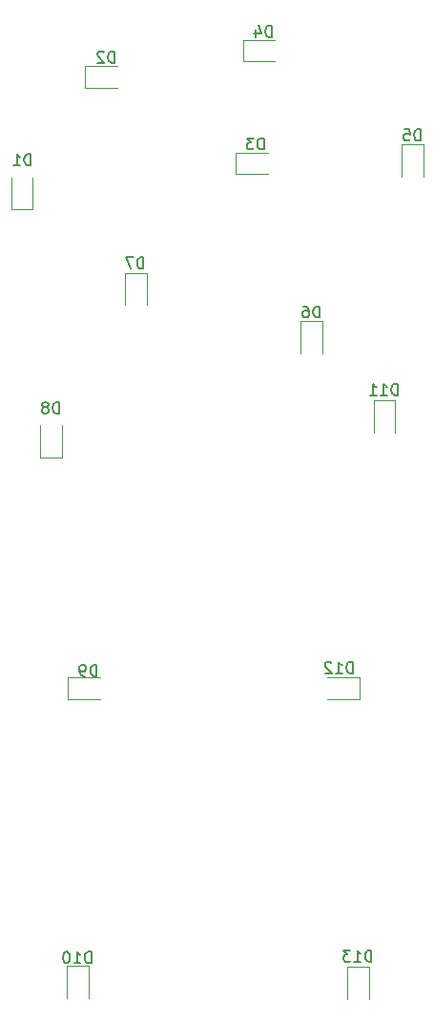
<source format=gbr>
%TF.GenerationSoftware,KiCad,Pcbnew,7.0.8*%
%TF.CreationDate,2024-06-06T10:31:46+02:00*%
%TF.ProjectId,BeerBoard,42656572-426f-4617-9264-2e6b69636164,rev?*%
%TF.SameCoordinates,Original*%
%TF.FileFunction,Legend,Bot*%
%TF.FilePolarity,Positive*%
%FSLAX46Y46*%
G04 Gerber Fmt 4.6, Leading zero omitted, Abs format (unit mm)*
G04 Created by KiCad (PCBNEW 7.0.8) date 2024-06-06 10:31:46*
%MOMM*%
%LPD*%
G01*
G04 APERTURE LIST*
%ADD10C,0.150000*%
%ADD11C,0.120000*%
G04 APERTURE END LIST*
D10*
X125868094Y-74114819D02*
X125868094Y-73114819D01*
X125868094Y-73114819D02*
X125629999Y-73114819D01*
X125629999Y-73114819D02*
X125487142Y-73162438D01*
X125487142Y-73162438D02*
X125391904Y-73257676D01*
X125391904Y-73257676D02*
X125344285Y-73352914D01*
X125344285Y-73352914D02*
X125296666Y-73543390D01*
X125296666Y-73543390D02*
X125296666Y-73686247D01*
X125296666Y-73686247D02*
X125344285Y-73876723D01*
X125344285Y-73876723D02*
X125391904Y-73971961D01*
X125391904Y-73971961D02*
X125487142Y-74067200D01*
X125487142Y-74067200D02*
X125629999Y-74114819D01*
X125629999Y-74114819D02*
X125868094Y-74114819D01*
X124915713Y-73210057D02*
X124868094Y-73162438D01*
X124868094Y-73162438D02*
X124772856Y-73114819D01*
X124772856Y-73114819D02*
X124534761Y-73114819D01*
X124534761Y-73114819D02*
X124439523Y-73162438D01*
X124439523Y-73162438D02*
X124391904Y-73210057D01*
X124391904Y-73210057D02*
X124344285Y-73305295D01*
X124344285Y-73305295D02*
X124344285Y-73400533D01*
X124344285Y-73400533D02*
X124391904Y-73543390D01*
X124391904Y-73543390D02*
X124963332Y-74114819D01*
X124963332Y-74114819D02*
X124344285Y-74114819D01*
X144078094Y-96704819D02*
X144078094Y-95704819D01*
X144078094Y-95704819D02*
X143839999Y-95704819D01*
X143839999Y-95704819D02*
X143697142Y-95752438D01*
X143697142Y-95752438D02*
X143601904Y-95847676D01*
X143601904Y-95847676D02*
X143554285Y-95942914D01*
X143554285Y-95942914D02*
X143506666Y-96133390D01*
X143506666Y-96133390D02*
X143506666Y-96276247D01*
X143506666Y-96276247D02*
X143554285Y-96466723D01*
X143554285Y-96466723D02*
X143601904Y-96561961D01*
X143601904Y-96561961D02*
X143697142Y-96657200D01*
X143697142Y-96657200D02*
X143839999Y-96704819D01*
X143839999Y-96704819D02*
X144078094Y-96704819D01*
X142649523Y-95704819D02*
X142839999Y-95704819D01*
X142839999Y-95704819D02*
X142935237Y-95752438D01*
X142935237Y-95752438D02*
X142982856Y-95800057D01*
X142982856Y-95800057D02*
X143078094Y-95942914D01*
X143078094Y-95942914D02*
X143125713Y-96133390D01*
X143125713Y-96133390D02*
X143125713Y-96514342D01*
X143125713Y-96514342D02*
X143078094Y-96609580D01*
X143078094Y-96609580D02*
X143030475Y-96657200D01*
X143030475Y-96657200D02*
X142935237Y-96704819D01*
X142935237Y-96704819D02*
X142744761Y-96704819D01*
X142744761Y-96704819D02*
X142649523Y-96657200D01*
X142649523Y-96657200D02*
X142601904Y-96609580D01*
X142601904Y-96609580D02*
X142554285Y-96514342D01*
X142554285Y-96514342D02*
X142554285Y-96276247D01*
X142554285Y-96276247D02*
X142601904Y-96181009D01*
X142601904Y-96181009D02*
X142649523Y-96133390D01*
X142649523Y-96133390D02*
X142744761Y-96085771D01*
X142744761Y-96085771D02*
X142935237Y-96085771D01*
X142935237Y-96085771D02*
X143030475Y-96133390D01*
X143030475Y-96133390D02*
X143078094Y-96181009D01*
X143078094Y-96181009D02*
X143125713Y-96276247D01*
X147024285Y-128224819D02*
X147024285Y-127224819D01*
X147024285Y-127224819D02*
X146786190Y-127224819D01*
X146786190Y-127224819D02*
X146643333Y-127272438D01*
X146643333Y-127272438D02*
X146548095Y-127367676D01*
X146548095Y-127367676D02*
X146500476Y-127462914D01*
X146500476Y-127462914D02*
X146452857Y-127653390D01*
X146452857Y-127653390D02*
X146452857Y-127796247D01*
X146452857Y-127796247D02*
X146500476Y-127986723D01*
X146500476Y-127986723D02*
X146548095Y-128081961D01*
X146548095Y-128081961D02*
X146643333Y-128177200D01*
X146643333Y-128177200D02*
X146786190Y-128224819D01*
X146786190Y-128224819D02*
X147024285Y-128224819D01*
X145500476Y-128224819D02*
X146071904Y-128224819D01*
X145786190Y-128224819D02*
X145786190Y-127224819D01*
X145786190Y-127224819D02*
X145881428Y-127367676D01*
X145881428Y-127367676D02*
X145976666Y-127462914D01*
X145976666Y-127462914D02*
X146071904Y-127510533D01*
X145119523Y-127320057D02*
X145071904Y-127272438D01*
X145071904Y-127272438D02*
X144976666Y-127224819D01*
X144976666Y-127224819D02*
X144738571Y-127224819D01*
X144738571Y-127224819D02*
X144643333Y-127272438D01*
X144643333Y-127272438D02*
X144595714Y-127320057D01*
X144595714Y-127320057D02*
X144548095Y-127415295D01*
X144548095Y-127415295D02*
X144548095Y-127510533D01*
X144548095Y-127510533D02*
X144595714Y-127653390D01*
X144595714Y-127653390D02*
X145167142Y-128224819D01*
X145167142Y-128224819D02*
X144548095Y-128224819D01*
X148664285Y-153794819D02*
X148664285Y-152794819D01*
X148664285Y-152794819D02*
X148426190Y-152794819D01*
X148426190Y-152794819D02*
X148283333Y-152842438D01*
X148283333Y-152842438D02*
X148188095Y-152937676D01*
X148188095Y-152937676D02*
X148140476Y-153032914D01*
X148140476Y-153032914D02*
X148092857Y-153223390D01*
X148092857Y-153223390D02*
X148092857Y-153366247D01*
X148092857Y-153366247D02*
X148140476Y-153556723D01*
X148140476Y-153556723D02*
X148188095Y-153651961D01*
X148188095Y-153651961D02*
X148283333Y-153747200D01*
X148283333Y-153747200D02*
X148426190Y-153794819D01*
X148426190Y-153794819D02*
X148664285Y-153794819D01*
X147140476Y-153794819D02*
X147711904Y-153794819D01*
X147426190Y-153794819D02*
X147426190Y-152794819D01*
X147426190Y-152794819D02*
X147521428Y-152937676D01*
X147521428Y-152937676D02*
X147616666Y-153032914D01*
X147616666Y-153032914D02*
X147711904Y-153080533D01*
X146807142Y-152794819D02*
X146188095Y-152794819D01*
X146188095Y-152794819D02*
X146521428Y-153175771D01*
X146521428Y-153175771D02*
X146378571Y-153175771D01*
X146378571Y-153175771D02*
X146283333Y-153223390D01*
X146283333Y-153223390D02*
X146235714Y-153271009D01*
X146235714Y-153271009D02*
X146188095Y-153366247D01*
X146188095Y-153366247D02*
X146188095Y-153604342D01*
X146188095Y-153604342D02*
X146235714Y-153699580D01*
X146235714Y-153699580D02*
X146283333Y-153747200D01*
X146283333Y-153747200D02*
X146378571Y-153794819D01*
X146378571Y-153794819D02*
X146664285Y-153794819D01*
X146664285Y-153794819D02*
X146759523Y-153747200D01*
X146759523Y-153747200D02*
X146807142Y-153699580D01*
X120948094Y-105224819D02*
X120948094Y-104224819D01*
X120948094Y-104224819D02*
X120709999Y-104224819D01*
X120709999Y-104224819D02*
X120567142Y-104272438D01*
X120567142Y-104272438D02*
X120471904Y-104367676D01*
X120471904Y-104367676D02*
X120424285Y-104462914D01*
X120424285Y-104462914D02*
X120376666Y-104653390D01*
X120376666Y-104653390D02*
X120376666Y-104796247D01*
X120376666Y-104796247D02*
X120424285Y-104986723D01*
X120424285Y-104986723D02*
X120471904Y-105081961D01*
X120471904Y-105081961D02*
X120567142Y-105177200D01*
X120567142Y-105177200D02*
X120709999Y-105224819D01*
X120709999Y-105224819D02*
X120948094Y-105224819D01*
X119805237Y-104653390D02*
X119900475Y-104605771D01*
X119900475Y-104605771D02*
X119948094Y-104558152D01*
X119948094Y-104558152D02*
X119995713Y-104462914D01*
X119995713Y-104462914D02*
X119995713Y-104415295D01*
X119995713Y-104415295D02*
X119948094Y-104320057D01*
X119948094Y-104320057D02*
X119900475Y-104272438D01*
X119900475Y-104272438D02*
X119805237Y-104224819D01*
X119805237Y-104224819D02*
X119614761Y-104224819D01*
X119614761Y-104224819D02*
X119519523Y-104272438D01*
X119519523Y-104272438D02*
X119471904Y-104320057D01*
X119471904Y-104320057D02*
X119424285Y-104415295D01*
X119424285Y-104415295D02*
X119424285Y-104462914D01*
X119424285Y-104462914D02*
X119471904Y-104558152D01*
X119471904Y-104558152D02*
X119519523Y-104605771D01*
X119519523Y-104605771D02*
X119614761Y-104653390D01*
X119614761Y-104653390D02*
X119805237Y-104653390D01*
X119805237Y-104653390D02*
X119900475Y-104701009D01*
X119900475Y-104701009D02*
X119948094Y-104748628D01*
X119948094Y-104748628D02*
X119995713Y-104843866D01*
X119995713Y-104843866D02*
X119995713Y-105034342D01*
X119995713Y-105034342D02*
X119948094Y-105129580D01*
X119948094Y-105129580D02*
X119900475Y-105177200D01*
X119900475Y-105177200D02*
X119805237Y-105224819D01*
X119805237Y-105224819D02*
X119614761Y-105224819D01*
X119614761Y-105224819D02*
X119519523Y-105177200D01*
X119519523Y-105177200D02*
X119471904Y-105129580D01*
X119471904Y-105129580D02*
X119424285Y-105034342D01*
X119424285Y-105034342D02*
X119424285Y-104843866D01*
X119424285Y-104843866D02*
X119471904Y-104748628D01*
X119471904Y-104748628D02*
X119519523Y-104701009D01*
X119519523Y-104701009D02*
X119614761Y-104653390D01*
X128428094Y-92374819D02*
X128428094Y-91374819D01*
X128428094Y-91374819D02*
X128189999Y-91374819D01*
X128189999Y-91374819D02*
X128047142Y-91422438D01*
X128047142Y-91422438D02*
X127951904Y-91517676D01*
X127951904Y-91517676D02*
X127904285Y-91612914D01*
X127904285Y-91612914D02*
X127856666Y-91803390D01*
X127856666Y-91803390D02*
X127856666Y-91946247D01*
X127856666Y-91946247D02*
X127904285Y-92136723D01*
X127904285Y-92136723D02*
X127951904Y-92231961D01*
X127951904Y-92231961D02*
X128047142Y-92327200D01*
X128047142Y-92327200D02*
X128189999Y-92374819D01*
X128189999Y-92374819D02*
X128428094Y-92374819D01*
X127523332Y-91374819D02*
X126856666Y-91374819D01*
X126856666Y-91374819D02*
X127285237Y-92374819D01*
X139820594Y-71834819D02*
X139820594Y-70834819D01*
X139820594Y-70834819D02*
X139582499Y-70834819D01*
X139582499Y-70834819D02*
X139439642Y-70882438D01*
X139439642Y-70882438D02*
X139344404Y-70977676D01*
X139344404Y-70977676D02*
X139296785Y-71072914D01*
X139296785Y-71072914D02*
X139249166Y-71263390D01*
X139249166Y-71263390D02*
X139249166Y-71406247D01*
X139249166Y-71406247D02*
X139296785Y-71596723D01*
X139296785Y-71596723D02*
X139344404Y-71691961D01*
X139344404Y-71691961D02*
X139439642Y-71787200D01*
X139439642Y-71787200D02*
X139582499Y-71834819D01*
X139582499Y-71834819D02*
X139820594Y-71834819D01*
X138392023Y-71168152D02*
X138392023Y-71834819D01*
X138630118Y-70787200D02*
X138868213Y-71501485D01*
X138868213Y-71501485D02*
X138249166Y-71501485D01*
X124278094Y-128484819D02*
X124278094Y-127484819D01*
X124278094Y-127484819D02*
X124039999Y-127484819D01*
X124039999Y-127484819D02*
X123897142Y-127532438D01*
X123897142Y-127532438D02*
X123801904Y-127627676D01*
X123801904Y-127627676D02*
X123754285Y-127722914D01*
X123754285Y-127722914D02*
X123706666Y-127913390D01*
X123706666Y-127913390D02*
X123706666Y-128056247D01*
X123706666Y-128056247D02*
X123754285Y-128246723D01*
X123754285Y-128246723D02*
X123801904Y-128341961D01*
X123801904Y-128341961D02*
X123897142Y-128437200D01*
X123897142Y-128437200D02*
X124039999Y-128484819D01*
X124039999Y-128484819D02*
X124278094Y-128484819D01*
X123230475Y-128484819D02*
X123039999Y-128484819D01*
X123039999Y-128484819D02*
X122944761Y-128437200D01*
X122944761Y-128437200D02*
X122897142Y-128389580D01*
X122897142Y-128389580D02*
X122801904Y-128246723D01*
X122801904Y-128246723D02*
X122754285Y-128056247D01*
X122754285Y-128056247D02*
X122754285Y-127675295D01*
X122754285Y-127675295D02*
X122801904Y-127580057D01*
X122801904Y-127580057D02*
X122849523Y-127532438D01*
X122849523Y-127532438D02*
X122944761Y-127484819D01*
X122944761Y-127484819D02*
X123135237Y-127484819D01*
X123135237Y-127484819D02*
X123230475Y-127532438D01*
X123230475Y-127532438D02*
X123278094Y-127580057D01*
X123278094Y-127580057D02*
X123325713Y-127675295D01*
X123325713Y-127675295D02*
X123325713Y-127913390D01*
X123325713Y-127913390D02*
X123278094Y-128008628D01*
X123278094Y-128008628D02*
X123230475Y-128056247D01*
X123230475Y-128056247D02*
X123135237Y-128103866D01*
X123135237Y-128103866D02*
X122944761Y-128103866D01*
X122944761Y-128103866D02*
X122849523Y-128056247D01*
X122849523Y-128056247D02*
X122801904Y-128008628D01*
X122801904Y-128008628D02*
X122754285Y-127913390D01*
X139120594Y-81794819D02*
X139120594Y-80794819D01*
X139120594Y-80794819D02*
X138882499Y-80794819D01*
X138882499Y-80794819D02*
X138739642Y-80842438D01*
X138739642Y-80842438D02*
X138644404Y-80937676D01*
X138644404Y-80937676D02*
X138596785Y-81032914D01*
X138596785Y-81032914D02*
X138549166Y-81223390D01*
X138549166Y-81223390D02*
X138549166Y-81366247D01*
X138549166Y-81366247D02*
X138596785Y-81556723D01*
X138596785Y-81556723D02*
X138644404Y-81651961D01*
X138644404Y-81651961D02*
X138739642Y-81747200D01*
X138739642Y-81747200D02*
X138882499Y-81794819D01*
X138882499Y-81794819D02*
X139120594Y-81794819D01*
X138215832Y-80794819D02*
X137596785Y-80794819D01*
X137596785Y-80794819D02*
X137930118Y-81175771D01*
X137930118Y-81175771D02*
X137787261Y-81175771D01*
X137787261Y-81175771D02*
X137692023Y-81223390D01*
X137692023Y-81223390D02*
X137644404Y-81271009D01*
X137644404Y-81271009D02*
X137596785Y-81366247D01*
X137596785Y-81366247D02*
X137596785Y-81604342D01*
X137596785Y-81604342D02*
X137644404Y-81699580D01*
X137644404Y-81699580D02*
X137692023Y-81747200D01*
X137692023Y-81747200D02*
X137787261Y-81794819D01*
X137787261Y-81794819D02*
X138072975Y-81794819D01*
X138072975Y-81794819D02*
X138168213Y-81747200D01*
X138168213Y-81747200D02*
X138215832Y-81699580D01*
X118428094Y-83232319D02*
X118428094Y-82232319D01*
X118428094Y-82232319D02*
X118189999Y-82232319D01*
X118189999Y-82232319D02*
X118047142Y-82279938D01*
X118047142Y-82279938D02*
X117951904Y-82375176D01*
X117951904Y-82375176D02*
X117904285Y-82470414D01*
X117904285Y-82470414D02*
X117856666Y-82660890D01*
X117856666Y-82660890D02*
X117856666Y-82803747D01*
X117856666Y-82803747D02*
X117904285Y-82994223D01*
X117904285Y-82994223D02*
X117951904Y-83089461D01*
X117951904Y-83089461D02*
X118047142Y-83184700D01*
X118047142Y-83184700D02*
X118189999Y-83232319D01*
X118189999Y-83232319D02*
X118428094Y-83232319D01*
X116904285Y-83232319D02*
X117475713Y-83232319D01*
X117189999Y-83232319D02*
X117189999Y-82232319D01*
X117189999Y-82232319D02*
X117285237Y-82375176D01*
X117285237Y-82375176D02*
X117380475Y-82470414D01*
X117380475Y-82470414D02*
X117475713Y-82518033D01*
X123794285Y-153924819D02*
X123794285Y-152924819D01*
X123794285Y-152924819D02*
X123556190Y-152924819D01*
X123556190Y-152924819D02*
X123413333Y-152972438D01*
X123413333Y-152972438D02*
X123318095Y-153067676D01*
X123318095Y-153067676D02*
X123270476Y-153162914D01*
X123270476Y-153162914D02*
X123222857Y-153353390D01*
X123222857Y-153353390D02*
X123222857Y-153496247D01*
X123222857Y-153496247D02*
X123270476Y-153686723D01*
X123270476Y-153686723D02*
X123318095Y-153781961D01*
X123318095Y-153781961D02*
X123413333Y-153877200D01*
X123413333Y-153877200D02*
X123556190Y-153924819D01*
X123556190Y-153924819D02*
X123794285Y-153924819D01*
X122270476Y-153924819D02*
X122841904Y-153924819D01*
X122556190Y-153924819D02*
X122556190Y-152924819D01*
X122556190Y-152924819D02*
X122651428Y-153067676D01*
X122651428Y-153067676D02*
X122746666Y-153162914D01*
X122746666Y-153162914D02*
X122841904Y-153210533D01*
X121651428Y-152924819D02*
X121556190Y-152924819D01*
X121556190Y-152924819D02*
X121460952Y-152972438D01*
X121460952Y-152972438D02*
X121413333Y-153020057D01*
X121413333Y-153020057D02*
X121365714Y-153115295D01*
X121365714Y-153115295D02*
X121318095Y-153305771D01*
X121318095Y-153305771D02*
X121318095Y-153543866D01*
X121318095Y-153543866D02*
X121365714Y-153734342D01*
X121365714Y-153734342D02*
X121413333Y-153829580D01*
X121413333Y-153829580D02*
X121460952Y-153877200D01*
X121460952Y-153877200D02*
X121556190Y-153924819D01*
X121556190Y-153924819D02*
X121651428Y-153924819D01*
X121651428Y-153924819D02*
X121746666Y-153877200D01*
X121746666Y-153877200D02*
X121794285Y-153829580D01*
X121794285Y-153829580D02*
X121841904Y-153734342D01*
X121841904Y-153734342D02*
X121889523Y-153543866D01*
X121889523Y-153543866D02*
X121889523Y-153305771D01*
X121889523Y-153305771D02*
X121841904Y-153115295D01*
X121841904Y-153115295D02*
X121794285Y-153020057D01*
X121794285Y-153020057D02*
X121746666Y-152972438D01*
X121746666Y-152972438D02*
X121651428Y-152924819D01*
X151014285Y-103574819D02*
X151014285Y-102574819D01*
X151014285Y-102574819D02*
X150776190Y-102574819D01*
X150776190Y-102574819D02*
X150633333Y-102622438D01*
X150633333Y-102622438D02*
X150538095Y-102717676D01*
X150538095Y-102717676D02*
X150490476Y-102812914D01*
X150490476Y-102812914D02*
X150442857Y-103003390D01*
X150442857Y-103003390D02*
X150442857Y-103146247D01*
X150442857Y-103146247D02*
X150490476Y-103336723D01*
X150490476Y-103336723D02*
X150538095Y-103431961D01*
X150538095Y-103431961D02*
X150633333Y-103527200D01*
X150633333Y-103527200D02*
X150776190Y-103574819D01*
X150776190Y-103574819D02*
X151014285Y-103574819D01*
X149490476Y-103574819D02*
X150061904Y-103574819D01*
X149776190Y-103574819D02*
X149776190Y-102574819D01*
X149776190Y-102574819D02*
X149871428Y-102717676D01*
X149871428Y-102717676D02*
X149966666Y-102812914D01*
X149966666Y-102812914D02*
X150061904Y-102860533D01*
X148538095Y-103574819D02*
X149109523Y-103574819D01*
X148823809Y-103574819D02*
X148823809Y-102574819D01*
X148823809Y-102574819D02*
X148919047Y-102717676D01*
X148919047Y-102717676D02*
X149014285Y-102812914D01*
X149014285Y-102812914D02*
X149109523Y-102860533D01*
X153038094Y-81024819D02*
X153038094Y-80024819D01*
X153038094Y-80024819D02*
X152799999Y-80024819D01*
X152799999Y-80024819D02*
X152657142Y-80072438D01*
X152657142Y-80072438D02*
X152561904Y-80167676D01*
X152561904Y-80167676D02*
X152514285Y-80262914D01*
X152514285Y-80262914D02*
X152466666Y-80453390D01*
X152466666Y-80453390D02*
X152466666Y-80596247D01*
X152466666Y-80596247D02*
X152514285Y-80786723D01*
X152514285Y-80786723D02*
X152561904Y-80881961D01*
X152561904Y-80881961D02*
X152657142Y-80977200D01*
X152657142Y-80977200D02*
X152799999Y-81024819D01*
X152799999Y-81024819D02*
X153038094Y-81024819D01*
X151561904Y-80024819D02*
X152038094Y-80024819D01*
X152038094Y-80024819D02*
X152085713Y-80501009D01*
X152085713Y-80501009D02*
X152038094Y-80453390D01*
X152038094Y-80453390D02*
X151942856Y-80405771D01*
X151942856Y-80405771D02*
X151704761Y-80405771D01*
X151704761Y-80405771D02*
X151609523Y-80453390D01*
X151609523Y-80453390D02*
X151561904Y-80501009D01*
X151561904Y-80501009D02*
X151514285Y-80596247D01*
X151514285Y-80596247D02*
X151514285Y-80834342D01*
X151514285Y-80834342D02*
X151561904Y-80929580D01*
X151561904Y-80929580D02*
X151609523Y-80977200D01*
X151609523Y-80977200D02*
X151704761Y-81024819D01*
X151704761Y-81024819D02*
X151942856Y-81024819D01*
X151942856Y-81024819D02*
X152038094Y-80977200D01*
X152038094Y-80977200D02*
X152085713Y-80929580D01*
D11*
%TO.C,D2*%
X123240000Y-74440000D02*
X126100000Y-74440000D01*
X123240000Y-76360000D02*
X123240000Y-74440000D01*
X126100000Y-76360000D02*
X123240000Y-76360000D01*
%TO.C,D6*%
X144290000Y-97020000D02*
X144290000Y-99880000D01*
X142370000Y-97020000D02*
X144290000Y-97020000D01*
X142370000Y-99880000D02*
X142370000Y-97020000D01*
%TO.C,D12*%
X147627500Y-130540000D02*
X144767500Y-130540000D01*
X147627500Y-128620000D02*
X147627500Y-130540000D01*
X144767500Y-128620000D02*
X147627500Y-128620000D01*
%TO.C,D13*%
X148470000Y-154240000D02*
X148470000Y-157100000D01*
X146550000Y-154240000D02*
X148470000Y-154240000D01*
X146550000Y-157100000D02*
X146550000Y-154240000D01*
%TO.C,D8*%
X119280000Y-109077500D02*
X119280000Y-106217500D01*
X121200000Y-109077500D02*
X119280000Y-109077500D01*
X121200000Y-106217500D02*
X121200000Y-109077500D01*
%TO.C,D7*%
X128740000Y-92732500D02*
X128740000Y-95592500D01*
X126820000Y-92732500D02*
X128740000Y-92732500D01*
X126820000Y-95592500D02*
X126820000Y-92732500D01*
%TO.C,D4*%
X137262500Y-72090000D02*
X140122500Y-72090000D01*
X137262500Y-74010000D02*
X137262500Y-72090000D01*
X140122500Y-74010000D02*
X137262500Y-74010000D01*
%TO.C,D9*%
X121732500Y-128620000D02*
X124592500Y-128620000D01*
X121732500Y-130540000D02*
X121732500Y-128620000D01*
X124592500Y-130540000D02*
X121732500Y-130540000D01*
%TO.C,D3*%
X136620000Y-82090000D02*
X139480000Y-82090000D01*
X136620000Y-84010000D02*
X136620000Y-82090000D01*
X139480000Y-84010000D02*
X136620000Y-84010000D01*
%TO.C,D1*%
X116680000Y-87137500D02*
X116680000Y-84277500D01*
X118600000Y-87137500D02*
X116680000Y-87137500D01*
X118600000Y-84277500D02*
X118600000Y-87137500D01*
%TO.C,D10*%
X123580000Y-154142500D02*
X123580000Y-157002500D01*
X121660000Y-154142500D02*
X123580000Y-154142500D01*
X121660000Y-157002500D02*
X121660000Y-154142500D01*
%TO.C,D11*%
X150770000Y-104052500D02*
X150770000Y-106912500D01*
X148850000Y-104052500D02*
X150770000Y-104052500D01*
X148850000Y-106912500D02*
X148850000Y-104052500D01*
%TO.C,D5*%
X153290000Y-81362500D02*
X153290000Y-84222500D01*
X151370000Y-81362500D02*
X153290000Y-81362500D01*
X151370000Y-84222500D02*
X151370000Y-81362500D01*
%TD*%
M02*

</source>
